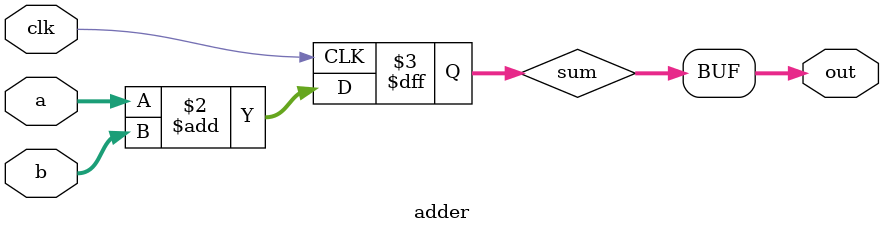
<source format=sv>
module adder( clk, a, b, out);
input  [7:0] a,b;
input clk;
output [8:0] out;					

reg [8:0] sum;					


always @(posedge clk)
begin
    sum=a+b;
end

assign out=sum;

endmodule

</source>
